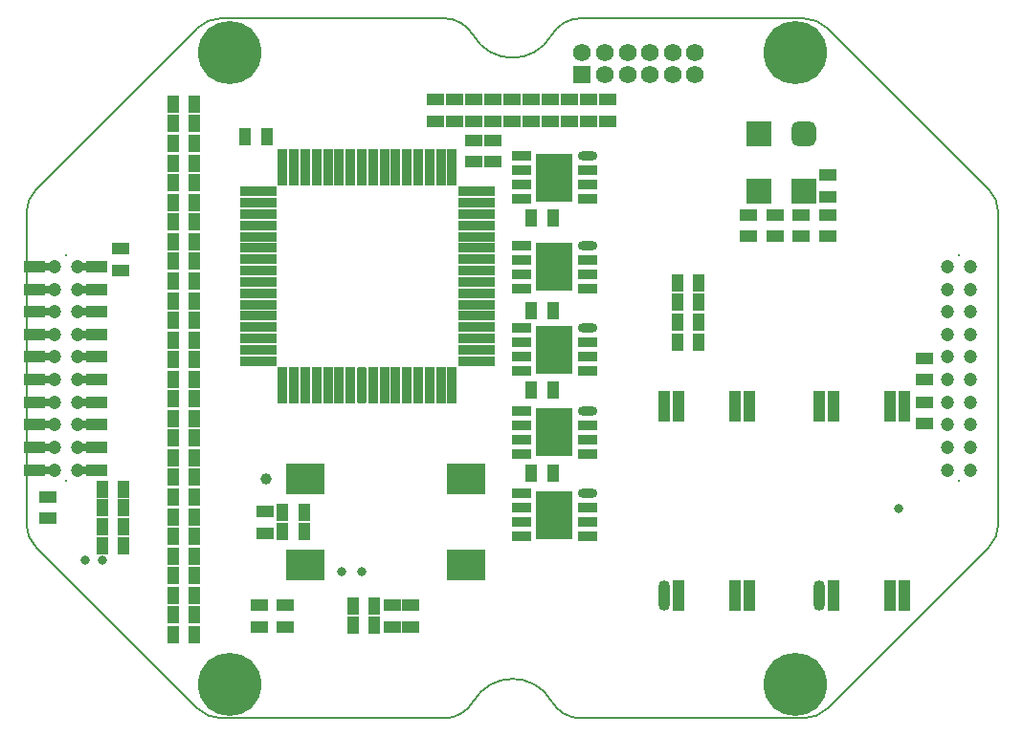
<source format=gbs>
G04*
G04 #@! TF.GenerationSoftware,Altium Limited,Altium Designer,20.1.10 (176)*
G04*
G04 Layer_Color=16711935*
%FSAX42Y42*%
%MOMM*%
G71*
G04*
G04 #@! TF.SameCoordinates,1BA63ED6-0030-4306-BA36-9B072EE6F18F*
G04*
G04*
G04 #@! TF.FilePolarity,Negative*
G04*
G01*
G75*
%ADD16C,0.20*%
%ADD17R,1.83X1.02*%
%ADD18R,1.70X0.70*%
%ADD19R,1.00X1.50*%
%ADD20R,3.40X2.80*%
%ADD21R,1.50X1.00*%
%ADD28C,1.20*%
%ADD29C,0.20*%
%ADD30C,1.70*%
%ADD31C,1.00*%
%ADD32C,1.57*%
%ADD33R,1.57X1.57*%
%ADD34C,0.80*%
%ADD35C,5.60*%
G04:AMPARAMS|DCode=85|XSize=2.2mm|YSize=2.2mm|CornerRadius=0.6mm|HoleSize=0mm|Usage=FLASHONLY|Rotation=180.000|XOffset=0mm|YOffset=0mm|HoleType=Round|Shape=RoundedRectangle|*
%AMROUNDEDRECTD85*
21,1,2.20,1.00,0,0,180.0*
21,1,1.00,2.20,0,0,180.0*
1,1,1.20,-0.50,0.50*
1,1,1.20,0.50,0.50*
1,1,1.20,0.50,-0.50*
1,1,1.20,-0.50,-0.50*
%
%ADD85ROUNDEDRECTD85*%
%ADD86R,2.20X2.20*%
%ADD87O,1.02X2.70*%
%ADD88R,1.02X2.70*%
%ADD89R,3.25X4.27*%
%ADD90R,1.73X0.84*%
%ADD91O,1.73X0.84*%
G04:AMPARAMS|DCode=92|XSize=3.25mm|YSize=0.91mm|CornerRadius=0.28mm|HoleSize=0mm|Usage=FLASHONLY|Rotation=90.000|XOffset=0mm|YOffset=0mm|HoleType=Round|Shape=RoundedRectangle|*
%AMROUNDEDRECTD92*
21,1,3.25,0.36,0,0,90.0*
21,1,2.69,0.91,0,0,90.0*
1,1,0.56,0.18,1.35*
1,1,0.56,0.18,-1.35*
1,1,0.56,-0.18,-1.35*
1,1,0.56,-0.18,1.35*
%
%ADD92ROUNDEDRECTD92*%
%ADD93R,0.91X3.25*%
%ADD94R,3.25X0.91*%
D16*
X004037Y006060D02*
G03*
X004730Y006060I000346J000200D01*
G01*
Y000160D02*
G03*
X004037Y000160I-000346J-000200D01*
G01*
X001807Y006210D02*
G03*
X001595Y006122I000000J-000300D01*
G01*
Y000098D02*
G03*
X001807Y000010I000212J000212D01*
G01*
X008683Y004486D02*
G03*
X008595Y004698I-000300J-000000D01*
G01*
Y001522D02*
G03*
X008683Y001734I-000212J000212D01*
G01*
X004989Y006210D02*
G03*
X004730Y006060I000000J-000300D01*
G01*
X004037Y006060D02*
G03*
X003777Y006210I-000260J-000150D01*
G01*
X007171Y006122D02*
G03*
X006959Y006210I-000212J-000212D01*
G01*
Y000010D02*
G03*
X007171Y000098I-000000J000300D01*
G01*
X004730Y000160D02*
G03*
X004989Y000010I000260J000150D01*
G01*
X003777D02*
G03*
X004037Y000160I000000J000300D01*
G01*
X000171Y004698D02*
G03*
X000083Y004486I000212J-000212D01*
G01*
Y001734D02*
G03*
X000171Y001522I000300J000000D01*
G01*
X001595Y000098D01*
X000171Y004698D02*
X001595Y006122D01*
X007171Y000098D02*
X008595Y001522D01*
X007171Y006122D02*
X008595Y004698D01*
X004989Y006210D02*
X006959D01*
X004989Y000010D02*
X006959D01*
X001807Y006210D02*
X003777D01*
X001807Y000010D02*
X003777D01*
X008683Y001734D02*
Y004486D01*
X000083Y001734D02*
Y004486D01*
D17*
X000707Y002610D02*
D03*
Y002210D02*
D03*
Y002410D02*
D03*
Y002810D02*
D03*
Y003610D02*
D03*
Y003210D02*
D03*
Y003010D02*
D03*
Y003410D02*
D03*
Y004010D02*
D03*
Y003810D02*
D03*
X000157D02*
D03*
Y003210D02*
D03*
Y003010D02*
D03*
Y003410D02*
D03*
Y003610D02*
D03*
Y002810D02*
D03*
Y002610D02*
D03*
Y002210D02*
D03*
Y002410D02*
D03*
Y004010D02*
D03*
D18*
X000597Y004010D02*
D03*
Y003810D02*
D03*
Y003610D02*
D03*
Y003410D02*
D03*
Y003210D02*
D03*
Y003010D02*
D03*
Y002810D02*
D03*
Y002610D02*
D03*
Y002410D02*
D03*
X000267Y004010D02*
D03*
Y003810D02*
D03*
Y003610D02*
D03*
Y003410D02*
D03*
Y003210D02*
D03*
Y003010D02*
D03*
Y002810D02*
D03*
Y002610D02*
D03*
Y002410D02*
D03*
Y002210D02*
D03*
X000597D02*
D03*
D19*
X004740Y002180D02*
D03*
X004550D02*
D03*
X004740Y002920D02*
D03*
X004550D02*
D03*
X004740Y003620D02*
D03*
X004550D02*
D03*
X004740Y004440D02*
D03*
X004550D02*
D03*
X001380Y005450D02*
D03*
X001570D02*
D03*
X001380Y005102D02*
D03*
X001570D02*
D03*
X001380Y004754D02*
D03*
X001570D02*
D03*
X001380Y004406D02*
D03*
X001570D02*
D03*
X002350Y001830D02*
D03*
X002540D02*
D03*
X002350Y001663D02*
D03*
X002540D02*
D03*
X002209Y005162D02*
D03*
X002019D02*
D03*
X000945Y001873D02*
D03*
X000755D02*
D03*
X001380Y004057D02*
D03*
X001570D02*
D03*
X001380Y003709D02*
D03*
X001570D02*
D03*
X001380Y003361D02*
D03*
X001570D02*
D03*
X001380Y003013D02*
D03*
X001570D02*
D03*
X001380Y002665D02*
D03*
X001570D02*
D03*
X001380Y002317D02*
D03*
X001570D02*
D03*
X001380Y001969D02*
D03*
X001570D02*
D03*
X001380Y001620D02*
D03*
X001570D02*
D03*
X001380Y001272D02*
D03*
X001570D02*
D03*
X001380Y000924D02*
D03*
X001570D02*
D03*
X006030Y003694D02*
D03*
X005840D02*
D03*
Y003518D02*
D03*
X006030D02*
D03*
Y003343D02*
D03*
X005840D02*
D03*
X006030Y003870D02*
D03*
X005840D02*
D03*
X002972Y000833D02*
D03*
X003162D02*
D03*
Y001000D02*
D03*
X002972D02*
D03*
X000945Y002040D02*
D03*
X000755D02*
D03*
Y001538D02*
D03*
X000945D02*
D03*
X000755Y001705D02*
D03*
X000945D02*
D03*
X001570Y004580D02*
D03*
X001380D02*
D03*
Y004231D02*
D03*
X001570D02*
D03*
Y001098D02*
D03*
X001380D02*
D03*
X001570Y002491D02*
D03*
X001380D02*
D03*
X001570Y001446D02*
D03*
X001380D02*
D03*
X001570Y002143D02*
D03*
X001380D02*
D03*
X001570Y001794D02*
D03*
X001380D02*
D03*
X001570Y002839D02*
D03*
X001380D02*
D03*
X001570Y003535D02*
D03*
X001380D02*
D03*
X001570Y000750D02*
D03*
X001380D02*
D03*
X001570Y005276D02*
D03*
X001380D02*
D03*
X001570Y004928D02*
D03*
X001380D02*
D03*
X001570Y003883D02*
D03*
X001380D02*
D03*
X001570Y003187D02*
D03*
X001380D02*
D03*
D20*
X003970Y002132D02*
D03*
Y001370D02*
D03*
X002550Y002134D02*
D03*
Y001372D02*
D03*
D21*
X000272Y001780D02*
D03*
Y001970D02*
D03*
X005230Y005490D02*
D03*
Y005301D02*
D03*
X007170Y004470D02*
D03*
Y004280D02*
D03*
X004210Y005130D02*
D03*
Y004940D02*
D03*
X004040Y004940D02*
D03*
Y005129D02*
D03*
X002140Y000820D02*
D03*
Y001010D02*
D03*
X000920Y004170D02*
D03*
Y003980D02*
D03*
X007170Y004632D02*
D03*
Y004822D02*
D03*
X002195Y001840D02*
D03*
Y001650D02*
D03*
X003317Y000820D02*
D03*
Y001010D02*
D03*
X003485D02*
D03*
Y000820D02*
D03*
X006704Y004470D02*
D03*
Y004280D02*
D03*
X006937Y004470D02*
D03*
Y004280D02*
D03*
X006471Y004279D02*
D03*
Y004469D02*
D03*
X003700Y005300D02*
D03*
Y005490D02*
D03*
X003870Y005300D02*
D03*
Y005490D02*
D03*
X004040Y005300D02*
D03*
Y005490D02*
D03*
X004210Y005300D02*
D03*
Y005490D02*
D03*
X004380Y005300D02*
D03*
Y005490D02*
D03*
X004550Y005300D02*
D03*
Y005490D02*
D03*
X004720Y005300D02*
D03*
Y005490D02*
D03*
X004890D02*
D03*
Y005300D02*
D03*
X005060Y005301D02*
D03*
Y005490D02*
D03*
X002369Y001010D02*
D03*
Y000820D02*
D03*
X008030Y003010D02*
D03*
Y003200D02*
D03*
Y002620D02*
D03*
Y002810D02*
D03*
D28*
X008232Y002210D02*
D03*
X008432D02*
D03*
X008232Y002410D02*
D03*
X008432D02*
D03*
X008232Y002610D02*
D03*
X008432D02*
D03*
X008232Y002810D02*
D03*
X008432D02*
D03*
Y004010D02*
D03*
X008232D02*
D03*
X008432Y003810D02*
D03*
X008232D02*
D03*
X008432Y003610D02*
D03*
X008232D02*
D03*
X008432Y003410D02*
D03*
X008232D02*
D03*
X008432Y003210D02*
D03*
X008232D02*
D03*
X008432Y003010D02*
D03*
X008232D02*
D03*
X000532Y002210D02*
D03*
X000332D02*
D03*
X000532Y002410D02*
D03*
X000332D02*
D03*
X000532Y002610D02*
D03*
X000332D02*
D03*
X000532Y002810D02*
D03*
X000332D02*
D03*
Y004010D02*
D03*
X000532D02*
D03*
X000332Y003810D02*
D03*
X000532D02*
D03*
X000332Y003610D02*
D03*
X000532D02*
D03*
X000332Y003410D02*
D03*
X000532D02*
D03*
X000332Y003210D02*
D03*
X000532D02*
D03*
X000332Y003010D02*
D03*
X000532D02*
D03*
D29*
X008332Y004110D02*
D03*
Y002110D02*
D03*
X000432Y004110D02*
D03*
Y002110D02*
D03*
D30*
X004755Y001810D02*
D03*
Y002543D02*
D03*
Y003277D02*
D03*
Y004010D02*
D03*
Y004800D02*
D03*
D31*
X004655Y001940D02*
D03*
X004855D02*
D03*
Y001680D02*
D03*
X004655D02*
D03*
Y002413D02*
D03*
X004855D02*
D03*
Y002673D02*
D03*
X004655D02*
D03*
Y003407D02*
D03*
X004855D02*
D03*
Y003147D02*
D03*
X004655D02*
D03*
Y003880D02*
D03*
X004855D02*
D03*
Y004140D02*
D03*
X004655D02*
D03*
Y004670D02*
D03*
X004855D02*
D03*
Y004930D02*
D03*
X004655D02*
D03*
X002200Y002134D02*
D03*
D32*
X005800Y005910D02*
D03*
Y005710D02*
D03*
X005600Y005910D02*
D03*
Y005710D02*
D03*
X005400Y005910D02*
D03*
Y005710D02*
D03*
X005200Y005910D02*
D03*
Y005710D02*
D03*
X005000Y005910D02*
D03*
X006000D02*
D03*
Y005710D02*
D03*
D33*
X005000D02*
D03*
D34*
X000600Y001408D02*
D03*
X000755D02*
D03*
X007800Y001870D02*
D03*
X002870Y001306D02*
D03*
X003047D02*
D03*
D35*
X006882Y000310D02*
D03*
X001882D02*
D03*
Y005910D02*
D03*
X006882D02*
D03*
D85*
X006960Y005186D02*
D03*
D86*
X006560D02*
D03*
X006960Y004678D02*
D03*
X006560D02*
D03*
D87*
X007098Y001100D02*
D03*
X005728D02*
D03*
D88*
X007225D02*
D03*
X007725D02*
D03*
X007850D02*
D03*
Y002770D02*
D03*
X007725D02*
D03*
X007098D02*
D03*
X007225D02*
D03*
X005855Y001100D02*
D03*
X006355D02*
D03*
X006480D02*
D03*
Y002770D02*
D03*
X006355D02*
D03*
X005728D02*
D03*
X005855D02*
D03*
D89*
X004755Y001810D02*
D03*
Y002543D02*
D03*
Y003277D02*
D03*
Y004010D02*
D03*
Y004800D02*
D03*
D90*
X004467Y001619D02*
D03*
Y001746D02*
D03*
Y001873D02*
D03*
Y002000D02*
D03*
X005050Y001619D02*
D03*
Y001746D02*
D03*
Y001873D02*
D03*
Y002606D02*
D03*
Y002479D02*
D03*
Y002352D02*
D03*
X004467Y002733D02*
D03*
Y002606D02*
D03*
Y002479D02*
D03*
Y002352D02*
D03*
Y003086D02*
D03*
Y003213D02*
D03*
Y003340D02*
D03*
Y003467D02*
D03*
X005050Y003086D02*
D03*
Y003213D02*
D03*
Y003340D02*
D03*
Y004073D02*
D03*
Y003946D02*
D03*
Y003819D02*
D03*
X004467Y004200D02*
D03*
Y004073D02*
D03*
Y003946D02*
D03*
Y003819D02*
D03*
X005050Y004863D02*
D03*
Y004736D02*
D03*
Y004609D02*
D03*
X004467Y004990D02*
D03*
Y004863D02*
D03*
Y004736D02*
D03*
Y004609D02*
D03*
D91*
X005050Y002000D02*
D03*
Y002733D02*
D03*
Y003467D02*
D03*
Y004200D02*
D03*
Y004990D02*
D03*
D92*
X003050Y002960D02*
D03*
D93*
X002950D02*
D03*
X002850D02*
D03*
X002750D02*
D03*
X002650D02*
D03*
X002550D02*
D03*
X002450D02*
D03*
X002350D02*
D03*
Y004890D02*
D03*
X002450D02*
D03*
X002550D02*
D03*
X002650D02*
D03*
X002750D02*
D03*
X002850D02*
D03*
X002950D02*
D03*
X003050D02*
D03*
X003150D02*
D03*
X003250D02*
D03*
X003450D02*
D03*
X003550D02*
D03*
X003650D02*
D03*
X003750D02*
D03*
X003850D02*
D03*
X003350D02*
D03*
X003150Y002960D02*
D03*
X003250D02*
D03*
X003350D02*
D03*
X003450D02*
D03*
X003550D02*
D03*
X003650D02*
D03*
X003750D02*
D03*
X003850D02*
D03*
D94*
X002135Y003975D02*
D03*
Y004075D02*
D03*
Y004175D02*
D03*
Y004275D02*
D03*
Y004375D02*
D03*
Y004475D02*
D03*
Y004575D02*
D03*
Y004675D02*
D03*
X004065D02*
D03*
Y004575D02*
D03*
Y004475D02*
D03*
Y004375D02*
D03*
Y004275D02*
D03*
Y004175D02*
D03*
Y004075D02*
D03*
Y003975D02*
D03*
Y003875D02*
D03*
Y003775D02*
D03*
Y003575D02*
D03*
Y003475D02*
D03*
Y003375D02*
D03*
Y003275D02*
D03*
Y003175D02*
D03*
Y003675D02*
D03*
X002135Y003875D02*
D03*
Y003775D02*
D03*
Y003675D02*
D03*
Y003575D02*
D03*
Y003475D02*
D03*
Y003375D02*
D03*
Y003275D02*
D03*
Y003175D02*
D03*
M02*

</source>
